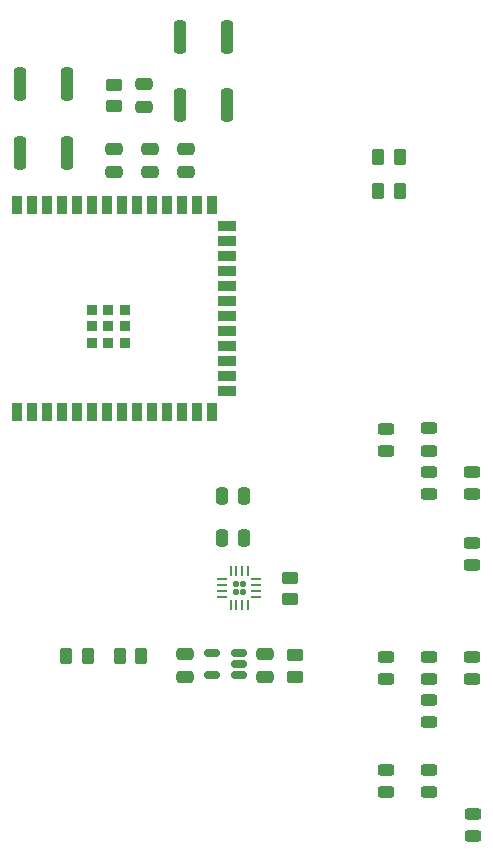
<source format=gbr>
%TF.GenerationSoftware,KiCad,Pcbnew,9.0.4*%
%TF.CreationDate,2025-12-16T10:37:17-05:00*%
%TF.ProjectId,TARS,54415253-2e6b-4696-9361-645f70636258,rev?*%
%TF.SameCoordinates,Original*%
%TF.FileFunction,Paste,Top*%
%TF.FilePolarity,Positive*%
%FSLAX46Y46*%
G04 Gerber Fmt 4.6, Leading zero omitted, Abs format (unit mm)*
G04 Created by KiCad (PCBNEW 9.0.4) date 2025-12-16 10:37:17*
%MOMM*%
%LPD*%
G01*
G04 APERTURE LIST*
G04 Aperture macros list*
%AMRoundRect*
0 Rectangle with rounded corners*
0 $1 Rounding radius*
0 $2 $3 $4 $5 $6 $7 $8 $9 X,Y pos of 4 corners*
0 Add a 4 corners polygon primitive as box body*
4,1,4,$2,$3,$4,$5,$6,$7,$8,$9,$2,$3,0*
0 Add four circle primitives for the rounded corners*
1,1,$1+$1,$2,$3*
1,1,$1+$1,$4,$5*
1,1,$1+$1,$6,$7*
1,1,$1+$1,$8,$9*
0 Add four rect primitives between the rounded corners*
20,1,$1+$1,$2,$3,$4,$5,0*
20,1,$1+$1,$4,$5,$6,$7,0*
20,1,$1+$1,$6,$7,$8,$9,0*
20,1,$1+$1,$8,$9,$2,$3,0*%
G04 Aperture macros list end*
%ADD10RoundRect,0.243750X0.456250X-0.243750X0.456250X0.243750X-0.456250X0.243750X-0.456250X-0.243750X0*%
%ADD11RoundRect,0.243750X-0.456250X0.243750X-0.456250X-0.243750X0.456250X-0.243750X0.456250X0.243750X0*%
%ADD12RoundRect,0.250000X0.475000X-0.250000X0.475000X0.250000X-0.475000X0.250000X-0.475000X-0.250000X0*%
%ADD13RoundRect,0.250000X-0.262500X-0.450000X0.262500X-0.450000X0.262500X0.450000X-0.262500X0.450000X0*%
%ADD14R,0.900000X0.900000*%
%ADD15R,0.900000X1.500000*%
%ADD16R,1.500000X0.900000*%
%ADD17RoundRect,0.250000X-0.250000X-0.475000X0.250000X-0.475000X0.250000X0.475000X-0.250000X0.475000X0*%
%ADD18RoundRect,0.150000X0.512500X0.150000X-0.512500X0.150000X-0.512500X-0.150000X0.512500X-0.150000X0*%
%ADD19RoundRect,0.250000X0.250000X-1.150000X0.250000X1.150000X-0.250000X1.150000X-0.250000X-1.150000X0*%
%ADD20RoundRect,0.250000X0.450000X-0.262500X0.450000X0.262500X-0.450000X0.262500X-0.450000X-0.262500X0*%
%ADD21RoundRect,0.250000X-0.250000X1.150000X-0.250000X-1.150000X0.250000X-1.150000X0.250000X1.150000X0*%
%ADD22RoundRect,0.250000X-0.475000X0.250000X-0.475000X-0.250000X0.475000X-0.250000X0.475000X0.250000X0*%
%ADD23RoundRect,0.125000X0.125000X0.125000X-0.125000X0.125000X-0.125000X-0.125000X0.125000X-0.125000X0*%
%ADD24RoundRect,0.062500X0.350000X0.062500X-0.350000X0.062500X-0.350000X-0.062500X0.350000X-0.062500X0*%
%ADD25RoundRect,0.062500X0.062500X0.350000X-0.062500X0.350000X-0.062500X-0.350000X0.062500X-0.350000X0*%
%ADD26RoundRect,0.250000X-0.450000X0.262500X-0.450000X-0.262500X0.450000X-0.262500X0.450000X0.262500X0*%
G04 APERTURE END LIST*
D10*
%TO.C,D1*%
X176320000Y-154727500D03*
X176320000Y-152852500D03*
%TD*%
D11*
%TO.C,D10*%
X172633000Y-123953500D03*
X172633000Y-125828500D03*
%TD*%
D12*
%TO.C,C7*%
X152010000Y-98500000D03*
X152010000Y-96600000D03*
%TD*%
D13*
%TO.C,R15*%
X168326000Y-97224000D03*
X170151000Y-97224000D03*
%TD*%
D14*
%TO.C,U1*%
X144060000Y-112995000D03*
X145460000Y-112995000D03*
X146860000Y-112995000D03*
X144060000Y-111595000D03*
X145460000Y-111595000D03*
X146860000Y-111595000D03*
X144060000Y-110195000D03*
X145460000Y-110195000D03*
X146860000Y-110195000D03*
D15*
X137740000Y-118845000D03*
X139010000Y-118845000D03*
X140280000Y-118845000D03*
X141550000Y-118845000D03*
X142820000Y-118845000D03*
X144090000Y-118845000D03*
X145360000Y-118845000D03*
X146630000Y-118845000D03*
X147900000Y-118845000D03*
X149170000Y-118845000D03*
X150440000Y-118845000D03*
X151710000Y-118845000D03*
X152980000Y-118845000D03*
X154250000Y-118845000D03*
D16*
X155500000Y-117080000D03*
X155500000Y-115810000D03*
X155500000Y-114540000D03*
X155500000Y-113270000D03*
X155500000Y-112000000D03*
X155500000Y-110730000D03*
X155500000Y-109460000D03*
X155500000Y-108190000D03*
X155500000Y-106920000D03*
X155500000Y-105650000D03*
X155500000Y-104380000D03*
X155500000Y-103110000D03*
D15*
X154250000Y-101345000D03*
X152980000Y-101345000D03*
X151710000Y-101345000D03*
X150440000Y-101345000D03*
X149170000Y-101345000D03*
X147900000Y-101345000D03*
X146630000Y-101345000D03*
X145360000Y-101345000D03*
X144090000Y-101345000D03*
X142820000Y-101345000D03*
X141550000Y-101345000D03*
X140280000Y-101345000D03*
X139010000Y-101345000D03*
X137740000Y-101345000D03*
%TD*%
D17*
%TO.C,C3*%
X155050000Y-126000000D03*
X156950000Y-126000000D03*
%TD*%
D12*
%TO.C,C5*%
X145990000Y-98500000D03*
X145990000Y-96600000D03*
%TD*%
D11*
%TO.C,D5*%
X176300000Y-139560500D03*
X176300000Y-141435500D03*
%TD*%
D10*
%TO.C,D11*%
X172633000Y-122121500D03*
X172633000Y-120246500D03*
%TD*%
D11*
%TO.C,D2*%
X172634000Y-149186500D03*
X172634000Y-151061500D03*
%TD*%
D12*
%TO.C,C1*%
X158750000Y-141250000D03*
X158750000Y-139350000D03*
%TD*%
%TO.C,C6*%
X149000000Y-98500000D03*
X149000000Y-96600000D03*
%TD*%
D10*
%TO.C,D9*%
X176300000Y-125808500D03*
X176300000Y-123933500D03*
%TD*%
D13*
%TO.C,R4*%
X141925000Y-139500000D03*
X143750000Y-139500000D03*
%TD*%
D17*
%TO.C,C4*%
X155050000Y-129500000D03*
X156950000Y-129500000D03*
%TD*%
D18*
%TO.C,U2*%
X156500000Y-141150000D03*
X156500000Y-140200000D03*
X156500000Y-139250000D03*
X154225000Y-139250000D03*
X154225000Y-141150000D03*
%TD*%
D19*
%TO.C,SW6*%
X138000000Y-96900000D03*
X138000000Y-91100000D03*
X142000000Y-96900000D03*
X142000000Y-91100000D03*
%TD*%
D11*
%TO.C,D4*%
X172634000Y-143206500D03*
X172634000Y-145081500D03*
%TD*%
D20*
%TO.C,R2*%
X161250000Y-141250000D03*
X161250000Y-139425000D03*
%TD*%
%TO.C,R1*%
X145990000Y-92962500D03*
X145990000Y-91137500D03*
%TD*%
D11*
%TO.C,D12*%
X168966000Y-120286500D03*
X168966000Y-122161500D03*
%TD*%
D13*
%TO.C,R5*%
X146425000Y-139500000D03*
X148250000Y-139500000D03*
%TD*%
D11*
%TO.C,D6*%
X168968000Y-139560500D03*
X168968000Y-141435500D03*
%TD*%
D21*
%TO.C,SW5*%
X155500000Y-87100000D03*
X155500000Y-92900000D03*
X151500000Y-87100000D03*
X151500000Y-92900000D03*
%TD*%
D10*
%TO.C,D3*%
X168967000Y-151061500D03*
X168967000Y-149186500D03*
%TD*%
D22*
%TO.C,C8*%
X148490000Y-91100000D03*
X148490000Y-93000000D03*
%TD*%
D23*
%TO.C,U3*%
X156872500Y-134060000D03*
X156872500Y-133440000D03*
X156252500Y-134060000D03*
X156252500Y-133440000D03*
D24*
X158000000Y-134500000D03*
X158000000Y-134000000D03*
X158000000Y-133500000D03*
X158000000Y-133000000D03*
D25*
X157312500Y-132312500D03*
X156812500Y-132312500D03*
X156312500Y-132312500D03*
X155812500Y-132312500D03*
D24*
X155125000Y-133000000D03*
X155125000Y-133500000D03*
X155125000Y-134000000D03*
X155125000Y-134500000D03*
D25*
X155812500Y-135187500D03*
X156312500Y-135187500D03*
X156812500Y-135187500D03*
X157312500Y-135187500D03*
%TD*%
D12*
%TO.C,C2*%
X152000000Y-141250000D03*
X152000000Y-139350000D03*
%TD*%
D13*
%TO.C,R16*%
X168326000Y-100174000D03*
X170151000Y-100174000D03*
%TD*%
D10*
%TO.C,D8*%
X176300000Y-131788500D03*
X176300000Y-129913500D03*
%TD*%
D11*
%TO.C,D7*%
X172634000Y-139559500D03*
X172634000Y-141434500D03*
%TD*%
D26*
%TO.C,R3*%
X160872500Y-132897500D03*
X160872500Y-134722500D03*
%TD*%
M02*

</source>
